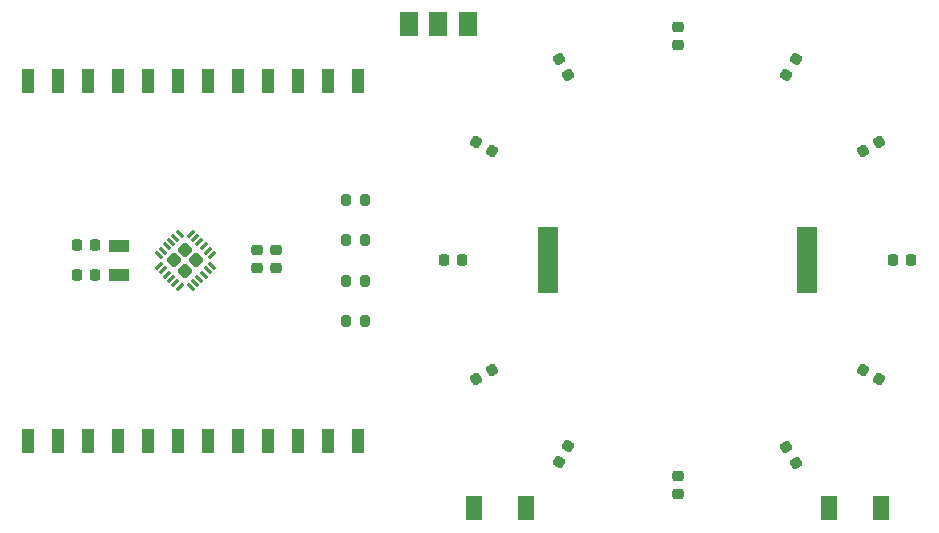
<source format=gbr>
%TF.GenerationSoftware,KiCad,Pcbnew,(6.0.11-0)*%
%TF.CreationDate,2024-05-30T12:09:28+08:00*%
%TF.ProjectId,tinyAVR-business-card,74696e79-4156-4522-9d62-7573696e6573,rev?*%
%TF.SameCoordinates,Original*%
%TF.FileFunction,Paste,Top*%
%TF.FilePolarity,Positive*%
%FSLAX46Y46*%
G04 Gerber Fmt 4.6, Leading zero omitted, Abs format (unit mm)*
G04 Created by KiCad (PCBNEW (6.0.11-0)) date 2024-05-30 12:09:28*
%MOMM*%
%LPD*%
G01*
G04 APERTURE LIST*
G04 Aperture macros list*
%AMRoundRect*
0 Rectangle with rounded corners*
0 $1 Rounding radius*
0 $2 $3 $4 $5 $6 $7 $8 $9 X,Y pos of 4 corners*
0 Add a 4 corners polygon primitive as box body*
4,1,4,$2,$3,$4,$5,$6,$7,$8,$9,$2,$3,0*
0 Add four circle primitives for the rounded corners*
1,1,$1+$1,$2,$3*
1,1,$1+$1,$4,$5*
1,1,$1+$1,$6,$7*
1,1,$1+$1,$8,$9*
0 Add four rect primitives between the rounded corners*
20,1,$1+$1,$2,$3,$4,$5,0*
20,1,$1+$1,$4,$5,$6,$7,0*
20,1,$1+$1,$6,$7,$8,$9,0*
20,1,$1+$1,$8,$9,$2,$3,0*%
G04 Aperture macros list end*
%ADD10RoundRect,0.218750X-0.317568X-0.112544X0.061318X-0.331294X0.317568X0.112544X-0.061318X0.331294X0*%
%ADD11R,1.350000X2.000000*%
%ADD12RoundRect,0.250000X0.000000X0.388909X-0.388909X0.000000X0.000000X-0.388909X0.388909X0.000000X0*%
%ADD13RoundRect,0.062500X0.203293X0.291682X-0.291682X-0.203293X-0.203293X-0.291682X0.291682X0.203293X0*%
%ADD14RoundRect,0.062500X-0.203293X0.291682X-0.291682X0.203293X0.203293X-0.291682X0.291682X-0.203293X0*%
%ADD15RoundRect,0.225000X-0.250000X0.225000X-0.250000X-0.225000X0.250000X-0.225000X0.250000X0.225000X0*%
%ADD16RoundRect,0.200000X-0.200000X-0.275000X0.200000X-0.275000X0.200000X0.275000X-0.200000X0.275000X0*%
%ADD17RoundRect,0.218750X0.331294X-0.061318X0.112544X0.317568X-0.331294X0.061318X-0.112544X-0.317568X0*%
%ADD18R,1.000000X2.000000*%
%ADD19RoundRect,0.218750X-0.256250X0.218750X-0.256250X-0.218750X0.256250X-0.218750X0.256250X0.218750X0*%
%ADD20RoundRect,0.225000X0.225000X0.250000X-0.225000X0.250000X-0.225000X-0.250000X0.225000X-0.250000X0*%
%ADD21RoundRect,0.218750X-0.218750X-0.256250X0.218750X-0.256250X0.218750X0.256250X-0.218750X0.256250X0*%
%ADD22RoundRect,0.218750X0.061318X0.331294X-0.317568X0.112544X-0.061318X-0.331294X0.317568X-0.112544X0*%
%ADD23RoundRect,0.218750X0.112544X-0.317568X0.331294X0.061318X-0.112544X0.317568X-0.331294X-0.061318X0*%
%ADD24RoundRect,0.218750X0.317568X0.112544X-0.061318X0.331294X-0.317568X-0.112544X0.061318X-0.331294X0*%
%ADD25R,1.800000X1.000000*%
%ADD26R,1.750000X5.600000*%
%ADD27RoundRect,0.218750X-0.112544X0.317568X-0.331294X-0.061318X0.112544X-0.317568X0.331294X0.061318X0*%
%ADD28RoundRect,0.218750X-0.331294X0.061318X-0.112544X-0.317568X0.331294X-0.061318X0.112544X0.317568X0*%
%ADD29R,1.500000X2.000000*%
%ADD30RoundRect,0.218750X-0.061318X-0.331294X0.317568X-0.112544X0.061318X0.331294X-0.317568X0.112544X0*%
%ADD31RoundRect,0.218750X0.218750X0.256250X-0.218750X0.256250X-0.218750X-0.256250X0.218750X-0.256250X0*%
%ADD32RoundRect,0.218750X0.256250X-0.218750X0.256250X0.218750X-0.256250X0.218750X-0.256250X-0.218750X0*%
G04 APERTURE END LIST*
D10*
%TO.C,D10*%
X130943005Y-76972250D03*
X132306995Y-77759750D03*
%TD*%
D11*
%TO.C,SW1*%
X135200000Y-108000000D03*
X130800000Y-108000000D03*
%TD*%
D12*
%TO.C,U1*%
X106325000Y-87919239D03*
X106325000Y-86080761D03*
X105405761Y-87000000D03*
X107244239Y-87000000D03*
D13*
X108578903Y-86513864D03*
X108225349Y-86160311D03*
X107871796Y-85806757D03*
X107518243Y-85453204D03*
X107164689Y-85099651D03*
X106811136Y-84746097D03*
D14*
X105838864Y-84746097D03*
X105485311Y-85099651D03*
X105131757Y-85453204D03*
X104778204Y-85806757D03*
X104424651Y-86160311D03*
X104071097Y-86513864D03*
D13*
X104071097Y-87486136D03*
X104424651Y-87839689D03*
X104778204Y-88193243D03*
X105131757Y-88546796D03*
X105485311Y-88900349D03*
X105838864Y-89253903D03*
D14*
X106811136Y-89253903D03*
X107164689Y-88900349D03*
X107518243Y-88546796D03*
X107871796Y-88193243D03*
X108225349Y-87839689D03*
X108578903Y-87486136D03*
%TD*%
D15*
%TO.C,C4*%
X114000000Y-86125000D03*
X114000000Y-87675000D03*
%TD*%
D16*
%TO.C,R4*%
X119925000Y-81900000D03*
X121575000Y-81900000D03*
%TD*%
D17*
%TO.C,D11*%
X138753750Y-71301995D03*
X137966250Y-69938005D03*
%TD*%
D16*
%TO.C,R2*%
X119925000Y-88700000D03*
X121575000Y-88700000D03*
%TD*%
D18*
%TO.C,J1*%
X120970000Y-71842500D03*
X118430000Y-71842500D03*
X115890000Y-71842500D03*
X113350000Y-71842500D03*
X110810000Y-71842500D03*
X108270000Y-71842500D03*
X105730000Y-71842500D03*
X103190000Y-71842500D03*
X100650000Y-71842500D03*
X98110000Y-71842500D03*
X95570000Y-71842500D03*
X93030000Y-71842500D03*
%TD*%
D16*
%TO.C,R3*%
X119925000Y-85300000D03*
X121575000Y-85300000D03*
%TD*%
%TO.C,R1*%
X119925000Y-92100000D03*
X121575000Y-92100000D03*
%TD*%
D19*
%TO.C,D12*%
X148000000Y-67212500D03*
X148000000Y-68787500D03*
%TD*%
D20*
%TO.C,C1*%
X98675000Y-88250000D03*
X97125000Y-88250000D03*
%TD*%
D21*
%TO.C,D3*%
X166212500Y-87000000D03*
X167787500Y-87000000D03*
%TD*%
D22*
%TO.C,D2*%
X165051995Y-76966250D03*
X163688005Y-77753750D03*
%TD*%
D23*
%TO.C,D1*%
X157206250Y-71281995D03*
X157993750Y-69918005D03*
%TD*%
D11*
%TO.C,SW2*%
X165200000Y-108000000D03*
X160800000Y-108000000D03*
%TD*%
D24*
%TO.C,D4*%
X165051995Y-97023750D03*
X163688005Y-96236250D03*
%TD*%
D25*
%TO.C,Y1*%
X100700000Y-88250000D03*
X100700000Y-85750000D03*
%TD*%
D26*
%TO.C,BT1*%
X159000000Y-87000000D03*
X137000000Y-87000000D03*
%TD*%
D27*
%TO.C,D7*%
X138763750Y-102688005D03*
X137976250Y-104051995D03*
%TD*%
D28*
%TO.C,D5*%
X157206250Y-102818005D03*
X157993750Y-104181995D03*
%TD*%
D29*
%TO.C,SW3*%
X130250000Y-67000000D03*
X127750000Y-67000000D03*
X125250000Y-67000000D03*
%TD*%
D15*
%TO.C,C3*%
X112400000Y-86125000D03*
X112400000Y-87675000D03*
%TD*%
D30*
%TO.C,D8*%
X130938005Y-97023750D03*
X132301995Y-96236250D03*
%TD*%
D31*
%TO.C,D9*%
X129787500Y-87000000D03*
X128212500Y-87000000D03*
%TD*%
D18*
%TO.C,J2*%
X93030000Y-102257500D03*
X95570000Y-102257500D03*
X98110000Y-102257500D03*
X100650000Y-102257500D03*
X103190000Y-102257500D03*
X105730000Y-102257500D03*
X108270000Y-102257500D03*
X110810000Y-102257500D03*
X113350000Y-102257500D03*
X115890000Y-102257500D03*
X118430000Y-102257500D03*
X120970000Y-102257500D03*
%TD*%
D32*
%TO.C,D6*%
X148000000Y-106787500D03*
X148000000Y-105212500D03*
%TD*%
D20*
%TO.C,C2*%
X98675000Y-85650000D03*
X97125000Y-85650000D03*
%TD*%
M02*

</source>
